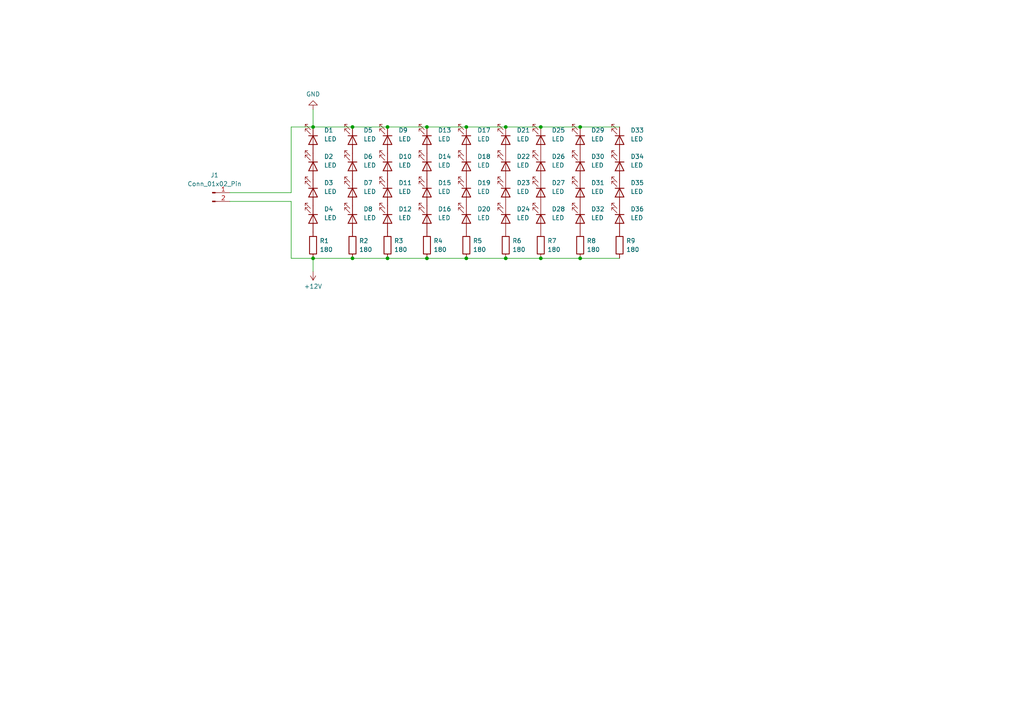
<source format=kicad_sch>
(kicad_sch (version 20230121) (generator eeschema)
  (paper "A4")
  (lib_symbols
    (symbol "Connector:Conn_01x02_Pin" (pin_names (offset 1.016) hide)
      (property "Reference" "J" (at 0 2.54 0))
      (property "Value" "Conn_01x02_Pin" (at 0 -5.08 0))
      (symbol "Conn_01x02_Pin_1_1"
        (polyline (pts (xy 1.27 -2.54) (xy 0.8636 -2.54)) (stroke (width 0.1524)))
        (polyline (pts (xy 1.27 0) (xy 0.8636 0)) (stroke (width 0.1524)))
        (rectangle (start 0.8636 -2.413) (end 0 -2.667) (stroke (width 0.1524)) (fill (type outline)))
        (rectangle (start 0.8636 0.127) (end 0 -0.127) (stroke (width 0.1524)) (fill (type outline)))
        (pin passive line (at 5.08 0 180) (length 3.81) (name "Pin_1") (number "1"))
        (pin passive line (at 5.08 -2.54 180) (length 3.81) (name "Pin_2") (number "2"))
      )
    )
    (symbol "Device:LED" (pin_numbers hide) (pin_names (offset 1.016) hide)
      (property "Reference" "D" (at 0 2.54 0))
      (property "Value" "LED" (at 0 -2.54 0))
      (symbol "LED_0_1"
        (polyline (pts (xy -1.27 -1.27) (xy -1.27 1.27)) (stroke (width 0.254)))
        (polyline (pts (xy -1.27 0) (xy 1.27 0)))
        (polyline (pts (xy 1.27 -1.27) (xy 1.27 1.27) (xy -1.27 0) (xy 1.27 -1.27)) (stroke (width 0.254)))
        (polyline (pts (xy -3.048 -0.762) (xy -4.572 -2.286) (xy -3.81 -2.286) (xy -4.572 -2.286) (xy -4.572 -1.524)))
        (polyline (pts (xy -1.778 -0.762) (xy -3.302 -2.286) (xy -2.54 -2.286) (xy -3.302 -2.286) (xy -3.302 -1.524)))
      )
      (symbol "LED_1_1"
        (pin passive line (at -3.81 0 0) (length 2.54) (name "K") (number "1"))
        (pin passive line (at 3.81 0 180) (length 2.54) (name "A") (number "2"))
      )
    )
    (symbol "Device:R" (pin_numbers hide) (pin_names (offset 0))
      (property "Reference" "R" (at 2.032 0 90))
      (property "Value" "R" (at 0 0 90))
      (symbol "R_0_1"
        (rectangle (start -1.016 -2.54) (end 1.016 2.54) (stroke (width 0.254)))
      )
      (symbol "R_1_1"
        (pin passive line (at 0 3.81 270) (length 1.27) (name "~") (number "1"))
        (pin passive line (at 0 -3.81 90) (length 1.27) (name "~") (number "2"))
      )
    )
    (symbol "power:+12V" (power) (pin_names (offset 0))
      (property "Value" "+12V" (at 0 3.556 0))
      (symbol "+12V_0_1"
        (polyline (pts (xy -0.762 1.27) (xy 0 2.54)))
        (polyline (pts (xy 0 0) (xy 0 2.54)))
        (polyline (pts (xy 0 2.54) (xy 0.762 1.27)))
      )
      (symbol "+12V_1_1"
        (pin power_in line (at 0 0 90) (length 0) hide (name "+12V") (number "1"))
      )
    )
    (symbol "power:GND" (power) (pin_names (offset 0))
      (property "Value" "GND" (at 0 -3.81 0))
      (symbol "GND_0_1"
        (polyline (pts (xy 0 0) (xy 0 -1.27) (xy 1.27 -1.27) (xy 0 -2.54) (xy -1.27 -1.27) (xy 0 -1.27)))
      )
      (symbol "GND_1_1"
        (pin power_in line (at 0 0 270) (length 0) hide (name "GND") (number "1"))
      )
    )
  )
  (junction (at 90.805 36.83))
  (junction (at 135.255 36.83))
  (junction (at 90.805 74.93))
  (junction (at 112.395 74.93))
  (junction (at 112.395 36.83))
  (junction (at 168.275 36.83))
  (junction (at 156.845 36.83))
  (junction (at 146.685 36.83))
  (junction (at 102.235 74.93))
  (junction (at 168.275 74.93))
  (junction (at 123.825 74.93))
  (junction (at 102.235 36.83))
  (junction (at 123.825 36.83))
  (junction (at 135.255 74.93))
  (junction (at 156.845 74.93))
  (junction (at 146.685 74.93))
  (wire (pts (xy 146.685 74.93) (xy 156.845 74.93)))
  (wire (pts (xy 90.805 36.83) (xy 102.235 36.83)))
  (wire (pts (xy 90.805 74.93) (xy 90.805 78.74)))
  (wire (pts (xy 84.455 55.88) (xy 84.455 36.83)))
  (wire (pts (xy 66.675 55.88) (xy 84.455 55.88)))
  (wire (pts (xy 112.395 36.83) (xy 123.825 36.83)))
  (wire (pts (xy 168.275 36.83) (xy 179.705 36.83)))
  (wire (pts (xy 84.455 58.42) (xy 84.455 74.93)))
  (wire (pts (xy 135.255 74.93) (xy 146.685 74.93)))
  (wire (pts (xy 84.455 36.83) (xy 90.805 36.83)))
  (wire (pts (xy 84.455 74.93) (xy 90.805 74.93)))
  (wire (pts (xy 112.395 74.93) (xy 123.825 74.93)))
  (wire (pts (xy 156.845 74.93) (xy 168.275 74.93)))
  (wire (pts (xy 123.825 74.93) (xy 135.255 74.93)))
  (wire (pts (xy 102.235 74.93) (xy 112.395 74.93)))
  (wire (pts (xy 168.275 74.93) (xy 179.705 74.93)))
  (wire (pts (xy 146.685 36.83) (xy 156.845 36.83)))
  (wire (pts (xy 90.805 74.93) (xy 102.235 74.93)))
  (wire (pts (xy 90.805 31.75) (xy 90.805 36.83)))
  (wire (pts (xy 66.675 58.42) (xy 84.455 58.42)))
  (wire (pts (xy 102.235 36.83) (xy 112.395 36.83)))
  (wire (pts (xy 135.255 36.83) (xy 146.685 36.83)))
  (wire (pts (xy 123.825 36.83) (xy 135.255 36.83)))
  (wire (pts (xy 156.845 36.83) (xy 168.275 36.83)))
  (symbol (lib_id "Device:R") (at 90.805 71.12 0) (unit 1)
    (property "Reference" "R1" (at 92.71 69.85 0) (effects (justify left)))
    (property "Value" "180" (at 92.71 72.39 0) (effects (justify left)))
    (property "Footprint" "Resistor_THT:R_Axial_DIN0207_L6.3mm_D2.5mm_P10.16mm_Horizontal" (effects hide))
  )
  (symbol (lib_id "Device:LED") (at 146.685 63.5 270) (unit 1)
    (property "Reference" "D24" (at 149.86 60.6425 90) (effects (justify left)))
    (property "Value" "LED" (at 149.86 63.1825 90) (effects (justify left)))
    (property "Footprint" "LED_THT:LED_D5.0mm" (effects hide))
  )
  (symbol (lib_id "Device:LED") (at 135.255 40.64 270) (unit 1)
    (property "Reference" "D17" (at 138.43 37.7825 90) (effects (justify left)))
    (property "Value" "LED" (at 138.43 40.3225 90) (effects (justify left)))
    (property "Footprint" "LED_THT:LED_D5.0mm" (effects hide))
  )
  (symbol (lib_id "Device:LED") (at 179.705 48.26 270) (unit 1)
    (property "Reference" "D34" (at 182.88 45.4025 90) (effects (justify left)))
    (property "Value" "LED" (at 182.88 47.9425 90) (effects (justify left)))
    (property "Footprint" "LED_THT:LED_D5.0mm" (effects hide))
  )
  (symbol (lib_id "Device:LED") (at 123.825 63.5 270) (unit 1)
    (property "Reference" "D16" (at 127 60.6425 90) (effects (justify left)))
    (property "Value" "LED" (at 127 63.1825 90) (effects (justify left)))
    (property "Footprint" "LED_THT:LED_D5.0mm" (effects hide))
  )
  (symbol (lib_id "Device:R") (at 179.705 71.12 0) (unit 1)
    (property "Reference" "R9" (at 181.61 69.85 0) (effects (justify left)))
    (property "Value" "180" (at 181.61 72.39 0) (effects (justify left)))
    (property "Footprint" "Resistor_THT:R_Axial_DIN0207_L6.3mm_D2.5mm_P10.16mm_Horizontal" (effects hide))
  )
  (symbol (lib_id "Device:LED") (at 123.825 40.64 270) (unit 1)
    (property "Reference" "D13" (at 127 37.7825 90) (effects (justify left)))
    (property "Value" "LED" (at 127 40.3225 90) (effects (justify left)))
    (property "Footprint" "LED_THT:LED_D5.0mm" (effects hide))
  )
  (symbol (lib_id "Device:LED") (at 156.845 55.88 270) (unit 1)
    (property "Reference" "D27" (at 160.02 53.0225 90) (effects (justify left)))
    (property "Value" "LED" (at 160.02 55.5625 90) (effects (justify left)))
    (property "Footprint" "LED_THT:LED_D5.0mm" (effects hide))
  )
  (symbol (lib_id "Device:LED") (at 179.705 63.5 270) (unit 1)
    (property "Reference" "D36" (at 182.88 60.6425 90) (effects (justify left)))
    (property "Value" "LED" (at 182.88 63.1825 90) (effects (justify left)))
    (property "Footprint" "LED_THT:LED_D5.0mm" (effects hide))
  )
  (symbol (lib_id "Device:LED") (at 135.255 48.26 270) (unit 1)
    (property "Reference" "D18" (at 138.43 45.4025 90) (effects (justify left)))
    (property "Value" "LED" (at 138.43 47.9425 90) (effects (justify left)))
    (property "Footprint" "LED_THT:LED_D5.0mm" (effects hide))
  )
  (symbol (lib_id "Device:LED") (at 179.705 40.64 270) (unit 1)
    (property "Reference" "D33" (at 182.88 37.7825 90) (effects (justify left)))
    (property "Value" "LED" (at 182.88 40.3225 90) (effects (justify left)))
    (property "Footprint" "LED_THT:LED_D5.0mm" (effects hide))
  )
  (symbol (lib_id "Device:LED") (at 168.275 40.64 270) (unit 1)
    (property "Reference" "D29" (at 171.45 37.7825 90) (effects (justify left)))
    (property "Value" "LED" (at 171.45 40.3225 90) (effects (justify left)))
    (property "Footprint" "LED_THT:LED_D5.0mm" (effects hide))
  )
  (symbol (lib_id "Device:LED") (at 146.685 40.64 270) (unit 1)
    (property "Reference" "D21" (at 149.86 37.7825 90) (effects (justify left)))
    (property "Value" "LED" (at 149.86 40.3225 90) (effects (justify left)))
    (property "Footprint" "LED_THT:LED_D5.0mm" (effects hide))
  )
  (symbol (lib_id "Device:LED") (at 112.395 63.5 270) (unit 1)
    (property "Reference" "D12" (at 115.57 60.6425 90) (effects (justify left)))
    (property "Value" "LED" (at 115.57 63.1825 90) (effects (justify left)))
    (property "Footprint" "LED_THT:LED_D5.0mm" (effects hide))
  )
  (symbol (lib_id "Device:LED") (at 102.235 48.26 270) (unit 1)
    (property "Reference" "D6" (at 105.41 45.4025 90) (effects (justify left)))
    (property "Value" "LED" (at 105.41 47.9425 90) (effects (justify left)))
    (property "Footprint" "LED_THT:LED_D5.0mm" (effects hide))
  )
  (symbol (lib_id "Device:R") (at 123.825 71.12 0) (unit 1)
    (property "Reference" "R4" (at 125.73 69.85 0) (effects (justify left)))
    (property "Value" "180" (at 125.73 72.39 0) (effects (justify left)))
    (property "Footprint" "Resistor_THT:R_Axial_DIN0207_L6.3mm_D2.5mm_P10.16mm_Horizontal" (effects hide))
  )
  (symbol (lib_id "Connector:Conn_01x02_Pin") (at 61.595 55.88 0) (unit 1)
    (property "Reference" "J1" (at 62.23 50.8 0))
    (property "Value" "Conn_01x02_Pin" (at 62.23 53.34 0))
    (property "Footprint" "1FS_2_Global_Footprint_Library:MOLEX_1053091202" (effects hide))
  )
  (symbol (lib_id "Device:LED") (at 112.395 48.26 270) (unit 1)
    (property "Reference" "D10" (at 115.57 45.4025 90) (effects (justify left)))
    (property "Value" "LED" (at 115.57 47.9425 90) (effects (justify left)))
    (property "Footprint" "LED_THT:LED_D5.0mm" (effects hide))
  )
  (symbol (lib_id "Device:LED") (at 123.825 48.26 270) (unit 1)
    (property "Reference" "D14" (at 127 45.4025 90) (effects (justify left)))
    (property "Value" "LED" (at 127 47.9425 90) (effects (justify left)))
    (property "Footprint" "LED_THT:LED_D5.0mm" (effects hide))
  )
  (symbol (lib_id "Device:R") (at 102.235 71.12 0) (unit 1)
    (property "Reference" "R2" (at 104.14 69.85 0) (effects (justify left)))
    (property "Value" "180" (at 104.14 72.39 0) (effects (justify left)))
    (property "Footprint" "Resistor_THT:R_Axial_DIN0207_L6.3mm_D2.5mm_P10.16mm_Horizontal" (effects hide))
  )
  (symbol (lib_id "Device:LED") (at 112.395 40.64 270) (unit 1)
    (property "Reference" "D9" (at 115.57 37.7825 90) (effects (justify left)))
    (property "Value" "LED" (at 115.57 40.3225 90) (effects (justify left)))
    (property "Footprint" "LED_THT:LED_D5.0mm" (effects hide))
  )
  (symbol (lib_id "Device:R") (at 112.395 71.12 0) (unit 1)
    (property "Reference" "R3" (at 114.3 69.85 0) (effects (justify left)))
    (property "Value" "180" (at 114.3 72.39 0) (effects (justify left)))
    (property "Footprint" "Resistor_THT:R_Axial_DIN0207_L6.3mm_D2.5mm_P10.16mm_Horizontal" (effects hide))
  )
  (symbol (lib_id "Device:LED") (at 168.275 63.5 270) (unit 1)
    (property "Reference" "D32" (at 171.45 60.6425 90) (effects (justify left)))
    (property "Value" "LED" (at 171.45 63.1825 90) (effects (justify left)))
    (property "Footprint" "LED_THT:LED_D5.0mm" (effects hide))
  )
  (symbol (lib_id "power:+12V") (at 90.805 78.74 180) (unit 1)
    (property "Reference" "#PWR01" (effects hide))
    (property "Value" "+12V" (at 90.805 83.0675 0))
  )
  (symbol (lib_id "Device:LED") (at 90.805 55.88 270) (unit 1)
    (property "Reference" "D3" (at 93.98 53.0225 90) (effects (justify left)))
    (property "Value" "LED" (at 93.98 55.5625 90) (effects (justify left)))
    (property "Footprint" "LED_THT:LED_D5.0mm" (effects hide))
  )
  (symbol (lib_id "Device:LED") (at 156.845 63.5 270) (unit 1)
    (property "Reference" "D28" (at 160.02 60.6425 90) (effects (justify left)))
    (property "Value" "LED" (at 160.02 63.1825 90) (effects (justify left)))
    (property "Footprint" "LED_THT:LED_D5.0mm" (effects hide))
  )
  (symbol (lib_id "Device:R") (at 168.275 71.12 0) (unit 1)
    (property "Reference" "R8" (at 170.18 69.85 0) (effects (justify left)))
    (property "Value" "180" (at 170.18 72.39 0) (effects (justify left)))
    (property "Footprint" "Resistor_THT:R_Axial_DIN0207_L6.3mm_D2.5mm_P10.16mm_Horizontal" (effects hide))
  )
  (symbol (lib_id "Device:LED") (at 146.685 55.88 270) (unit 1)
    (property "Reference" "D23" (at 149.86 53.0225 90) (effects (justify left)))
    (property "Value" "LED" (at 149.86 55.5625 90) (effects (justify left)))
    (property "Footprint" "LED_THT:LED_D5.0mm" (effects hide))
  )
  (symbol (lib_id "Device:LED") (at 112.395 55.88 270) (unit 1)
    (property "Reference" "D11" (at 115.57 53.0225 90) (effects (justify left)))
    (property "Value" "LED" (at 115.57 55.5625 90) (effects (justify left)))
    (property "Footprint" "LED_THT:LED_D5.0mm" (effects hide))
  )
  (symbol (lib_id "Device:LED") (at 168.275 48.26 270) (unit 1)
    (property "Reference" "D30" (at 171.45 45.4025 90) (effects (justify left)))
    (property "Value" "LED" (at 171.45 47.9425 90) (effects (justify left)))
    (property "Footprint" "LED_THT:LED_D5.0mm" (effects hide))
  )
  (symbol (lib_id "Device:LED") (at 102.235 40.64 270) (unit 1)
    (property "Reference" "D5" (at 105.41 37.7825 90) (effects (justify left)))
    (property "Value" "LED" (at 105.41 40.3225 90) (effects (justify left)))
    (property "Footprint" "LED_THT:LED_D5.0mm" (effects hide))
  )
  (symbol (lib_id "Device:R") (at 146.685 71.12 0) (unit 1)
    (property "Reference" "R6" (at 148.59 69.85 0) (effects (justify left)))
    (property "Value" "180" (at 148.59 72.39 0) (effects (justify left)))
    (property "Footprint" "Resistor_THT:R_Axial_DIN0207_L6.3mm_D2.5mm_P10.16mm_Horizontal" (effects hide))
  )
  (symbol (lib_id "Device:LED") (at 90.805 40.64 270) (unit 1)
    (property "Reference" "D1" (at 93.98 37.7825 90) (effects (justify left)))
    (property "Value" "LED" (at 93.98 40.3225 90) (effects (justify left)))
    (property "Footprint" "LED_THT:LED_D5.0mm" (effects hide))
  )
  (symbol (lib_id "Device:LED") (at 135.255 63.5 270) (unit 1)
    (property "Reference" "D20" (at 138.43 60.6425 90) (effects (justify left)))
    (property "Value" "LED" (at 138.43 63.1825 90) (effects (justify left)))
    (property "Footprint" "LED_THT:LED_D5.0mm" (effects hide))
  )
  (symbol (lib_id "Device:LED") (at 90.805 63.5 270) (unit 1)
    (property "Reference" "D4" (at 93.98 60.6425 90) (effects (justify left)))
    (property "Value" "LED" (at 93.98 63.1825 90) (effects (justify left)))
    (property "Footprint" "LED_THT:LED_D5.0mm" (effects hide))
  )
  (symbol (lib_id "Device:LED") (at 135.255 55.88 270) (unit 1)
    (property "Reference" "D19" (at 138.43 53.0225 90) (effects (justify left)))
    (property "Value" "LED" (at 138.43 55.5625 90) (effects (justify left)))
    (property "Footprint" "LED_THT:LED_D5.0mm" (effects hide))
  )
  (symbol (lib_id "Device:LED") (at 179.705 55.88 270) (unit 1)
    (property "Reference" "D35" (at 182.88 53.0225 90) (effects (justify left)))
    (property "Value" "LED" (at 182.88 55.5625 90) (effects (justify left)))
    (property "Footprint" "LED_THT:LED_D5.0mm" (effects hide))
  )
  (symbol (lib_id "Device:R") (at 156.845 71.12 0) (unit 1)
    (property "Reference" "R7" (at 158.75 69.85 0) (effects (justify left)))
    (property "Value" "180" (at 158.75 72.39 0) (effects (justify left)))
    (property "Footprint" "Resistor_THT:R_Axial_DIN0207_L6.3mm_D2.5mm_P10.16mm_Horizontal" (effects hide))
  )
  (symbol (lib_id "Device:LED") (at 156.845 40.64 270) (unit 1)
    (property "Reference" "D25" (at 160.02 37.7825 90) (effects (justify left)))
    (property "Value" "LED" (at 160.02 40.3225 90) (effects (justify left)))
    (property "Footprint" "LED_THT:LED_D5.0mm" (effects hide))
  )
  (symbol (lib_id "Device:R") (at 135.255 71.12 0) (unit 1)
    (property "Reference" "R5" (at 137.16 69.85 0) (effects (justify left)))
    (property "Value" "180" (at 137.16 72.39 0) (effects (justify left)))
    (property "Footprint" "Resistor_THT:R_Axial_DIN0207_L6.3mm_D2.5mm_P10.16mm_Horizontal" (effects hide))
  )
  (symbol (lib_id "Device:LED") (at 168.275 55.88 270) (unit 1)
    (property "Reference" "D31" (at 171.45 53.0225 90) (effects (justify left)))
    (property "Value" "LED" (at 171.45 55.5625 90) (effects (justify left)))
    (property "Footprint" "LED_THT:LED_D5.0mm" (effects hide))
  )
  (symbol (lib_id "Device:LED") (at 123.825 55.88 270) (unit 1)
    (property "Reference" "D15" (at 127 53.0225 90) (effects (justify left)))
    (property "Value" "LED" (at 127 55.5625 90) (effects (justify left)))
    (property "Footprint" "LED_THT:LED_D5.0mm" (effects hide))
  )
  (symbol (lib_id "Device:LED") (at 156.845 48.26 270) (unit 1)
    (property "Reference" "D26" (at 160.02 45.4025 90) (effects (justify left)))
    (property "Value" "LED" (at 160.02 47.9425 90) (effects (justify left)))
    (property "Footprint" "LED_THT:LED_D5.0mm" (effects hide))
  )
  (symbol (lib_id "Device:LED") (at 102.235 55.88 270) (unit 1)
    (property "Reference" "D7" (at 105.41 53.0225 90) (effects (justify left)))
    (property "Value" "LED" (at 105.41 55.5625 90) (effects (justify left)))
    (property "Footprint" "LED_THT:LED_D5.0mm" (effects hide))
  )
  (symbol (lib_id "Device:LED") (at 146.685 48.26 270) (unit 1)
    (property "Reference" "D22" (at 149.86 45.4025 90) (effects (justify left)))
    (property "Value" "LED" (at 149.86 47.9425 90) (effects (justify left)))
    (property "Footprint" "LED_THT:LED_D5.0mm" (effects hide))
  )
  (symbol (lib_id "Device:LED") (at 90.805 48.26 270) (unit 1)
    (property "Reference" "D2" (at 93.98 45.4025 90) (effects (justify left)))
    (property "Value" "LED" (at 93.98 47.9425 90) (effects (justify left)))
    (property "Footprint" "LED_THT:LED_D5.0mm" (effects hide))
  )
  (symbol (lib_id "power:GND") (at 90.805 31.75 180) (unit 1)
    (property "Reference" "#PWR02" (effects hide))
    (property "Value" "GND" (at 90.805 27.305 0))
  )
  (symbol (lib_id "Device:LED") (at 102.235 63.5 270) (unit 1)
    (property "Reference" "D8" (at 105.41 60.6425 90) (effects (justify left)))
    (property "Value" "LED" (at 105.41 63.1825 90) (effects (justify left)))
    (property "Footprint" "LED_THT:LED_D5.0mm" (effects hide))
  )
)
</source>
